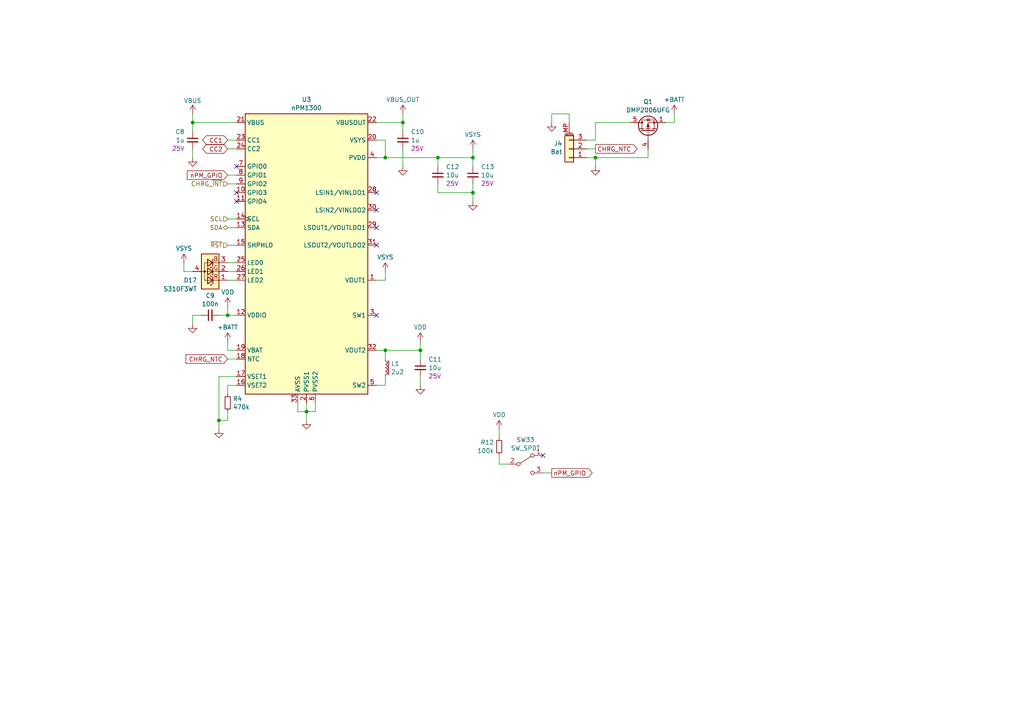
<source format=kicad_sch>
(kicad_sch (version 20230121) (generator eeschema)
  (paper "A4")
  (title_block (title "CantaloupeLP split ergonomic keyboard") (date "2024-10-16") (rev "V1.0") (company "Created by Ariamelon (https://github.com/Ariamelon/Cantaloupe/)") (comment 1 "Follows the VIK standard by Sadek Baroudi (https://github.com/sadekbaroudi/VIK)") (comment 2 "All capacitors 50V unless otherwise specified."))
  (lib_symbols
    (symbol "Ariamelon-Device:LED_ABGR_Small" (pin_names (offset 0) hide)
      (property "Reference" "D" (at 0 9.398 0))
      (property "Value" "LED_ABGR" (at 0 -8.89 0))
      (symbol "LED_ABGR_Small_0_0"
        (text "B" (at -1.6256 -3.6068 0) (effects (font (size 1.27 1.27))))
        (text "G" (at -1.651 -1.016 0) (effects (font (size 1.27 1.27))))
        (text "R" (at -1.651 1.524 0) (effects (font (size 1.27 1.27))))
      )
      (symbol "LED_ABGR_Small_0_1"
        (rectangle (start -2.54 5.08) (end 2.54 -5.08) (stroke (width 0.254)) (fill (type background)))
        (polyline (pts (xy -2.54 0) (xy 2.54 0)))
        (polyline (pts (xy -0.762 -3.556) (xy -0.762 -1.524)) (stroke (width 0.254)))
        (polyline (pts (xy -0.762 -1.016) (xy -0.762 1.016)) (stroke (width 0.254)))
        (polyline (pts (xy -0.762 1.524) (xy -0.762 3.556)) (stroke (width 0.254)))
        (polyline (pts (xy -2.54 -2.54) (xy 1.651 -2.54) (xy 1.651 2.54) (xy -2.54 2.54)))
        (polyline (pts (xy 0.762 -3.556) (xy -0.762 -2.54) (xy 0.762 -1.524) (xy 0.762 -3.556)) (stroke (width 0.254)))
        (polyline (pts (xy 0.762 -1.016) (xy -0.762 0) (xy 0.762 1.016) (xy 0.762 -1.016)) (stroke (width 0.254)))
        (polyline (pts (xy 0.762 1.524) (xy -0.762 2.54) (xy 0.762 3.556) (xy 0.762 1.524)) (stroke (width 0.254)))
        (polyline (pts (xy 0.127 -1.524) (xy -0.381 -1.016) (xy -0.127 -1.016) (xy -0.381 -1.016) (xy -0.381 -1.27)))
        (polyline (pts (xy 0.127 1.016) (xy -0.381 1.524) (xy -0.127 1.524) (xy -0.381 1.524) (xy -0.381 1.27)))
        (polyline (pts (xy 0.127 3.556) (xy -0.381 4.064) (xy -0.127 4.064) (xy -0.381 4.064) (xy -0.381 3.81)))
        (circle (center 1.651 0) (radius 0.254) (fill (type outline)))
      )
      (symbol "LED_ABGR_Small_1_1"
        (pin passive line (at -5.08 2.54 0) (length 2.54) (name "RK") (number "1"))
        (pin passive line (at -5.08 0 0) (length 2.54) (name "GK") (number "2"))
        (pin passive line (at -5.08 -2.54 0) (length 2.54) (name "BK") (number "3"))
        (pin passive line (at 5.08 0 180) (length 2.54) (name "A") (number "4"))
      )
    )
    (symbol "Ariamelon-IC:nPM1300"
      (property "Reference" "U" (at 0 45.72 0))
      (property "Value" "nPM1300" (at 0 43.18 0))
      (symbol "nPM1300_1_0"
        (pin output line (at -20.32 -5.08 0) (length 2.54) (name "LED1") (number "26"))
        (pin output line (at -20.32 -7.62 0) (length 2.54) (name "LED2") (number "27"))
        (pin power_in line (at 20.32 17.78 180) (length 2.54) (name "LSIN1/VINLDO1") (number "28"))
        (pin power_out line (at 20.32 7.62 180) (length 2.54) (name "LSOUT1/VOUTLDO1") (number "29"))
        (pin power_in line (at 20.32 12.7 180) (length 2.54) (name "LSIN2/VINLDO2") (number "30"))
        (pin power_out line (at 20.32 2.54 180) (length 2.54) (name "LSOUT2/VOUTLDO2") (number "31"))
        (pin power_out line (at 20.32 -27.94 180) (length 2.54) (name "VOUT2") (number "32"))
        (pin power_in line (at -2.54 -43.18 90) (length 2.54) (name "AVSS") (number "33"))
      )
      (symbol "nPM1300_1_1"
        (rectangle (start -17.78 40.64) (end 17.78 -40.64) (stroke (width 0.254)) (fill (type background)))
        (pin power_out line (at 20.32 -7.62 180) (length 2.54) (name "VOUT1") (number "1"))
        (pin bidirectional line (at -20.32 17.78 0) (length 2.54) (name "GPIO3") (number "10"))
        (pin bidirectional line (at -20.32 15.24 0) (length 2.54) (name "GPIO4") (number "11"))
        (pin power_in line (at -20.32 -17.78 0) (length 2.54) (name "VDDIO") (number "12"))
        (pin bidirectional line (at -20.32 7.62 0) (length 2.54) (name "SDA") (number "13"))
        (pin input clock (at -20.32 10.16 0) (length 2.54) (name "SCL") (number "14"))
        (pin input line (at -20.32 2.54 0) (length 2.54) (name "SHPHLD") (number "15"))
        (pin input line (at -20.32 -38.1 0) (length 2.54) (name "VSET2") (number "16"))
        (pin input line (at -20.32 -35.56 0) (length 2.54) (name "VSET1") (number "17"))
        (pin input line (at -20.32 -30.48 0) (length 2.54) (name "NTC") (number "18"))
        (pin power_in line (at -20.32 -27.94 0) (length 2.54) (name "VBAT") (number "19"))
        (pin power_in line (at 0 -43.18 90) (length 2.54) (name "PVSS1") (number "2"))
        (pin power_out line (at 20.32 33.02 180) (length 2.54) (name "VSYS") (number "20"))
        (pin power_in line (at -20.32 38.1 0) (length 2.54) (name "VBUS") (number "21"))
        (pin power_out line (at 20.32 38.1 180) (length 2.54) (name "VBUSOUT") (number "22"))
        (pin input line (at -20.32 33.02 0) (length 2.54) (name "CC1") (number "23"))
        (pin input line (at -20.32 30.48 0) (length 2.54) (name "CC2") (number "24"))
        (pin output line (at -20.32 -2.54 0) (length 2.54) (name "LED0") (number "25"))
        (pin power_out line (at 20.32 -17.78 180) (length 2.54) (name "SW1") (number "3"))
        (pin power_in line (at 20.32 27.94 180) (length 2.54) (name "PVDD") (number "4"))
        (pin power_out line (at 20.32 -38.1 180) (length 2.54) (name "SW2") (number "5"))
        (pin power_in line (at 2.54 -43.18 90) (length 2.54) (name "PVSS2") (number "6"))
        (pin bidirectional line (at -20.32 25.4 0) (length 2.54) (name "GPIO0") (number "7"))
        (pin bidirectional line (at -20.32 22.86 0) (length 2.54) (name "GPIO1") (number "8"))
        (pin bidirectional line (at -20.32 20.32 0) (length 2.54) (name "GPIO2") (number "9"))
      )
    )
    (symbol "Ariamelon-Power:VBUS_OUT" (power) (pin_names (offset 0))
      (property "Value" "VBUS_OUT" (at 0 3.81 0))
      (symbol "VBUS_OUT_0_1"
        (polyline (pts (xy -0.762 1.27) (xy 0 2.54)))
        (polyline (pts (xy 0 0) (xy 0 2.54)))
        (polyline (pts (xy 0 2.54) (xy 0.762 1.27)))
      )
      (symbol "VBUS_OUT_1_1"
        (pin power_in line (at 0 0 90) (length 0) hide (name "VBUS_OUT") (number "1"))
      )
    )
    (symbol "Ariamelon-Power:VSYS" (power) (pin_names (offset 0))
      (property "Value" "VSYS" (at 0 3.81 0))
      (symbol "VSYS_0_1"
        (polyline (pts (xy -0.762 1.27) (xy 0 2.54)))
        (polyline (pts (xy 0 0) (xy 0 2.54)))
        (polyline (pts (xy 0 2.54) (xy 0.762 1.27)))
      )
      (symbol "VSYS_1_1"
        (pin power_in line (at 0 0 90) (length 0) hide (name "VSYS") (number "1"))
      )
    )
    (symbol "Connector_Generic_MountingPin:Conn_01x03_MountingPin" (pin_names (offset 1.016) hide)
      (property "Reference" "J" (at 0 5.08 0))
      (property "Value" "Conn_01x03_MountingPin" (at 1.27 -5.08 0))
      (symbol "Conn_01x03_MountingPin_1_1"
        (rectangle (start -1.27 -2.413) (end 0 -2.667) (stroke (width 0.1524)))
        (rectangle (start -1.27 0.127) (end 0 -0.127) (stroke (width 0.1524)))
        (rectangle (start -1.27 2.667) (end 0 2.413) (stroke (width 0.1524)))
        (rectangle (start -1.27 3.81) (end 1.27 -3.81) (stroke (width 0.254)) (fill (type background)))
        (polyline (pts (xy -1.016 -4.572) (xy 1.016 -4.572)) (stroke (width 0.1524)))
        (text "Mounting" (at 0 -4.191 0) (effects (font (size 0.381 0.381))))
        (pin passive line (at -5.08 2.54 0) (length 3.81) (name "Pin_1") (number "1"))
        (pin passive line (at -5.08 0 0) (length 3.81) (name "Pin_2") (number "2"))
        (pin passive line (at -5.08 -2.54 0) (length 3.81) (name "Pin_3") (number "3"))
        (pin passive line (at 0 -7.62 90) (length 3.048) (name "MountPin") (number "MP"))
      )
    )
    (symbol "Device:C_Small" (pin_numbers hide) (pin_names (offset 0.254) hide)
      (property "Reference" "C" (at 0.254 1.778 0))
      (property "Value" "C_Small" (at 0.254 -2.032 0))
      (symbol "C_Small_0_1"
        (polyline (pts (xy -1.524 -0.508) (xy 1.524 -0.508)) (stroke (width 0.3302)))
        (polyline (pts (xy -1.524 0.508) (xy 1.524 0.508)) (stroke (width 0.3048)))
      )
      (symbol "C_Small_1_1"
        (pin passive line (at 0 2.54 270) (length 2.032) (name "~") (number "1"))
        (pin passive line (at 0 -2.54 90) (length 2.032) (name "~") (number "2"))
      )
    )
    (symbol "Device:L_Iron_Small" (pin_numbers hide) (pin_names (offset 0.254) hide)
      (property "Reference" "L" (at 1.27 1.016 0))
      (property "Value" "L_Iron_Small" (at 1.27 -1.27 0))
      (symbol "L_Iron_Small_0_1"
        (arc (start 0 -2.032) (mid 0.5058 -1.524) (end 0 -1.016))
        (arc (start 0 -1.016) (mid 0.5058 -0.508) (end 0 0))
        (polyline (pts (xy 0.762 2.032) (xy 0.762 -2.032)))
        (polyline (pts (xy 1.016 -2.032) (xy 1.016 2.032)))
        (arc (start 0 0) (mid 0.5058 0.508) (end 0 1.016))
        (arc (start 0 1.016) (mid 0.5058 1.524) (end 0 2.032))
      )
      (symbol "L_Iron_Small_1_1"
        (pin passive line (at 0 2.54 270) (length 0.508) (name "~") (number "1"))
        (pin passive line (at 0 -2.54 90) (length 0.508) (name "~") (number "2"))
      )
    )
    (symbol "Device:R_Small" (pin_numbers hide) (pin_names (offset 0.254) hide)
      (property "Reference" "R" (at 0.762 0.508 0))
      (property "Value" "R_Small" (at 0.762 -1.016 0))
      (symbol "R_Small_0_1"
        (rectangle (start -0.762 1.778) (end 0.762 -1.778) (stroke (width 0.2032)))
      )
      (symbol "R_Small_1_1"
        (pin passive line (at 0 2.54 270) (length 0.762) (name "~") (number "1"))
        (pin passive line (at 0 -2.54 90) (length 0.762) (name "~") (number "2"))
      )
    )
    (symbol "Switch:SW_SPDT" (pin_names (offset 0) hide)
      (property "Reference" "SW" (at 0 4.318 0))
      (property "Value" "SW_SPDT" (at 0 -5.08 0))
      (symbol "SW_SPDT_0_0"
        (circle (center -2.032 0) (radius 0.508))
        (circle (center 2.032 -2.54) (radius 0.508))
      )
      (symbol "SW_SPDT_0_1"
        (polyline (pts (xy -1.524 0.254) (xy 1.651 2.286)))
        (circle (center 2.032 2.54) (radius 0.508))
      )
      (symbol "SW_SPDT_1_1"
        (pin passive line (at 5.08 2.54 180) (length 2.54) (name "A") (number "1"))
        (pin passive line (at -5.08 0 0) (length 2.54) (name "B") (number "2"))
        (pin passive line (at 5.08 -2.54 180) (length 2.54) (name "C") (number "3"))
      )
    )
    (symbol "Transistor_FET:DMP3013SFV" (pin_names hide)
      (property "Reference" "Q" (at 5.08 1.905 0))
      (property "Value" "DMP3013SFV" (at 5.08 0 0))
      (symbol "DMP3013SFV_0_1"
        (polyline (pts (xy 0.254 0) (xy -2.54 0)))
        (polyline (pts (xy 0.254 1.905) (xy 0.254 -1.905)) (stroke (width 0.254)))
        (polyline (pts (xy 0.762 -1.27) (xy 0.762 -2.286)) (stroke (width 0.254)))
        (polyline (pts (xy 0.762 0.508) (xy 0.762 -0.508)) (stroke (width 0.254)))
        (polyline (pts (xy 0.762 2.286) (xy 0.762 1.27)) (stroke (width 0.254)))
        (polyline (pts (xy 2.54 2.54) (xy 2.54 1.778)))
        (polyline (pts (xy 2.54 -2.54) (xy 2.54 0) (xy 0.762 0)))
        (polyline (pts (xy 0.762 1.778) (xy 3.302 1.778) (xy 3.302 -1.778) (xy 0.762 -1.778)))
        (polyline (pts (xy 2.286 0) (xy 1.27 0.381) (xy 1.27 -0.381) (xy 2.286 0)) (fill (type outline)))
        (polyline (pts (xy 2.794 -0.508) (xy 2.921 -0.381) (xy 3.683 -0.381) (xy 3.81 -0.254)))
        (polyline (pts (xy 3.302 -0.381) (xy 2.921 0.254) (xy 3.683 0.254) (xy 3.302 -0.381)))
        (circle (center 1.651 0) (radius 2.794) (stroke (width 0.254)))
        (circle (center 2.54 -1.778) (radius 0.254) (fill (type outline)))
        (circle (center 2.54 1.778) (radius 0.254) (fill (type outline)))
      )
      (symbol "DMP3013SFV_1_1"
        (pin passive line (at 2.54 -5.08 90) (length 2.54) (name "S") (number "1"))
        (pin passive line (at 2.54 -5.08 90) (length 2.54) hide (name "S") (number "2"))
        (pin passive line (at 2.54 -5.08 90) (length 2.54) hide (name "S") (number "3"))
        (pin passive line (at -5.08 0 0) (length 2.54) (name "G") (number "4"))
        (pin passive line (at 2.54 5.08 270) (length 2.54) (name "D") (number "5"))
      )
    )
    (symbol "power:+BATT" (power) (pin_names (offset 0))
      (property "Value" "+BATT" (at 0 3.556 0))
      (symbol "+BATT_0_1"
        (polyline (pts (xy -0.762 1.27) (xy 0 2.54)))
        (polyline (pts (xy 0 0) (xy 0 2.54)))
        (polyline (pts (xy 0 2.54) (xy 0.762 1.27)))
      )
      (symbol "+BATT_1_1"
        (pin power_in line (at 0 0 90) (length 0) hide (name "+BATT") (number "1"))
      )
    )
    (symbol "power:GND" (power) (pin_names (offset 0))
      (property "Value" "GND" (at 0 -3.81 0))
      (symbol "GND_0_1"
        (polyline (pts (xy 0 0) (xy 0 -1.27) (xy 1.27 -1.27) (xy 0 -2.54) (xy -1.27 -1.27) (xy 0 -1.27)))
      )
      (symbol "GND_1_1"
        (pin power_in line (at 0 0 270) (length 0) hide (name "GND") (number "1"))
      )
    )
    (symbol "power:VBUS" (power) (pin_names (offset 0))
      (property "Value" "VBUS" (at 0 3.81 0))
      (symbol "VBUS_0_1"
        (polyline (pts (xy -0.762 1.27) (xy 0 2.54)))
        (polyline (pts (xy 0 0) (xy 0 2.54)))
        (polyline (pts (xy 0 2.54) (xy 0.762 1.27)))
      )
      (symbol "VBUS_1_1"
        (pin power_in line (at 0 0 90) (length 0) hide (name "VBUS") (number "1"))
      )
    )
    (symbol "power:VDD" (power) (pin_names (offset 0))
      (property "Value" "VDD" (at 0 3.81 0))
      (symbol "VDD_0_1"
        (polyline (pts (xy -0.762 1.27) (xy 0 2.54)))
        (polyline (pts (xy 0 0) (xy 0 2.54)))
        (polyline (pts (xy 0 2.54) (xy 0.762 1.27)))
      )
      (symbol "VDD_1_1"
        (pin power_in line (at 0 0 90) (length 0) hide (name "VDD") (number "1"))
      )
    )
  )
  (junction (at 111.76 45.72))
  (junction (at 111.76 101.6))
  (junction (at 121.92 101.6))
  (junction (at 137.16 45.72))
  (junction (at 66.04 91.44))
  (junction (at 55.88 35.56))
  (junction (at 88.9 119.38))
  (junction (at 63.5 121.92))
  (junction (at 172.72 45.72))
  (junction (at 116.84 35.56))
  (junction (at 137.16 55.88))
  (junction (at 127 45.72))
  (no_connect (at 68.58 58.42))
  (no_connect (at 109.22 66.04))
  (no_connect (at 109.22 60.96))
  (no_connect (at 68.58 55.88))
  (no_connect (at 109.22 91.44))
  (no_connect (at 109.22 71.12))
  (no_connect (at 109.22 55.88))
  (no_connect (at 68.58 48.26))
  (no_connect (at 157.48 132.08))
  (wire (pts (xy 55.88 33.02) (xy 55.88 35.56)))
  (wire (pts (xy 160.02 33.02) (xy 160.02 35.56)))
  (wire (pts (xy 144.78 132.08) (xy 144.78 134.62)))
  (wire (pts (xy 66.04 63.5) (xy 68.58 63.5)))
  (wire (pts (xy 66.04 40.64) (xy 68.58 40.64)))
  (wire (pts (xy 55.88 91.44) (xy 58.42 91.44)))
  (wire (pts (xy 116.84 33.02) (xy 116.84 35.56)))
  (wire (pts (xy 66.04 119.38) (xy 66.04 121.92)))
  (wire (pts (xy 63.5 109.22) (xy 68.58 109.22)))
  (wire (pts (xy 195.58 33.02) (xy 195.58 35.56)))
  (wire (pts (xy 144.78 124.46) (xy 144.78 127)))
  (wire (pts (xy 127 45.72) (xy 137.16 45.72)))
  (wire (pts (xy 187.96 45.72) (xy 187.96 43.18)))
  (wire (pts (xy 55.88 35.56) (xy 55.88 38.1)))
  (wire (pts (xy 137.16 43.18) (xy 137.16 45.72)))
  (wire (pts (xy 137.16 55.88) (xy 137.16 53.34)))
  (wire (pts (xy 170.18 45.72) (xy 172.72 45.72)))
  (wire (pts (xy 63.5 121.92) (xy 63.5 124.46)))
  (wire (pts (xy 111.76 101.6) (xy 121.92 101.6)))
  (wire (pts (xy 109.22 45.72) (xy 111.76 45.72)))
  (wire (pts (xy 111.76 109.22) (xy 111.76 111.76)))
  (wire (pts (xy 109.22 40.64) (xy 111.76 40.64)))
  (wire (pts (xy 66.04 71.12) (xy 68.58 71.12)))
  (wire (pts (xy 121.92 109.22) (xy 121.92 111.76)))
  (wire (pts (xy 66.04 43.18) (xy 68.58 43.18)))
  (wire (pts (xy 172.72 45.72) (xy 172.72 48.26)))
  (wire (pts (xy 172.72 35.56) (xy 182.88 35.56)))
  (wire (pts (xy 172.72 35.56) (xy 172.72 40.64)))
  (wire (pts (xy 172.72 45.72) (xy 187.96 45.72)))
  (wire (pts (xy 111.76 40.64) (xy 111.76 45.72)))
  (wire (pts (xy 66.04 81.28) (xy 68.58 81.28)))
  (wire (pts (xy 127 45.72) (xy 127 48.26)))
  (wire (pts (xy 127 55.88) (xy 127 53.34)))
  (wire (pts (xy 137.16 45.72) (xy 137.16 48.26)))
  (wire (pts (xy 109.22 101.6) (xy 111.76 101.6)))
  (wire (pts (xy 55.88 35.56) (xy 68.58 35.56)))
  (wire (pts (xy 68.58 111.76) (xy 66.04 111.76)))
  (wire (pts (xy 66.04 101.6) (xy 68.58 101.6)))
  (wire (pts (xy 66.04 88.9) (xy 66.04 91.44)))
  (wire (pts (xy 170.18 43.18) (xy 172.72 43.18)))
  (wire (pts (xy 109.22 81.28) (xy 111.76 81.28)))
  (wire (pts (xy 66.04 104.14) (xy 68.58 104.14)))
  (wire (pts (xy 88.9 119.38) (xy 88.9 121.92)))
  (wire (pts (xy 172.72 40.64) (xy 170.18 40.64)))
  (wire (pts (xy 63.5 109.22) (xy 63.5 121.92)))
  (wire (pts (xy 66.04 50.8) (xy 68.58 50.8)))
  (wire (pts (xy 66.04 78.74) (xy 68.58 78.74)))
  (wire (pts (xy 144.78 134.62) (xy 147.32 134.62)))
  (wire (pts (xy 157.48 137.16) (xy 160.02 137.16)))
  (wire (pts (xy 193.04 35.56) (xy 195.58 35.56)))
  (wire (pts (xy 55.88 91.44) (xy 55.88 93.98)))
  (wire (pts (xy 121.92 101.6) (xy 121.92 104.14)))
  (wire (pts (xy 91.44 119.38) (xy 88.9 119.38)))
  (wire (pts (xy 66.04 66.04) (xy 68.58 66.04)))
  (wire (pts (xy 86.36 116.84) (xy 86.36 119.38)))
  (wire (pts (xy 66.04 101.6) (xy 66.04 99.06)))
  (wire (pts (xy 66.04 53.34) (xy 68.58 53.34)))
  (wire (pts (xy 63.5 91.44) (xy 66.04 91.44)))
  (wire (pts (xy 111.76 78.74) (xy 111.76 81.28)))
  (wire (pts (xy 88.9 116.84) (xy 88.9 119.38)))
  (wire (pts (xy 53.34 76.2) (xy 53.34 78.74)))
  (wire (pts (xy 116.84 35.56) (xy 109.22 35.56)))
  (wire (pts (xy 66.04 111.76) (xy 66.04 114.3)))
  (wire (pts (xy 116.84 43.18) (xy 116.84 48.26)))
  (wire (pts (xy 55.88 43.18) (xy 55.88 45.72)))
  (wire (pts (xy 165.1 33.02) (xy 165.1 35.56)))
  (wire (pts (xy 66.04 76.2) (xy 68.58 76.2)))
  (wire (pts (xy 137.16 55.88) (xy 137.16 58.42)))
  (wire (pts (xy 66.04 121.92) (xy 63.5 121.92)))
  (wire (pts (xy 53.34 78.74) (xy 55.88 78.74)))
  (wire (pts (xy 165.1 33.02) (xy 160.02 33.02)))
  (wire (pts (xy 66.04 91.44) (xy 68.58 91.44)))
  (wire (pts (xy 111.76 45.72) (xy 127 45.72)))
  (wire (pts (xy 111.76 111.76) (xy 109.22 111.76)))
  (wire (pts (xy 111.76 101.6) (xy 111.76 104.14)))
  (wire (pts (xy 116.84 35.56) (xy 116.84 38.1)))
  (wire (pts (xy 88.9 119.38) (xy 86.36 119.38)))
  (wire (pts (xy 137.16 55.88) (xy 127 55.88)))
  (wire (pts (xy 121.92 99.06) (xy 121.92 101.6)))
  (wire (pts (xy 91.44 116.84) (xy 91.44 119.38)))
  (global_label "CHRG_NTC" (shape input) (at 66.04 104.14 180) (property "Intersheetrefs" "${INTERSHEET_REFS}" (effects hide)))
  (global_label "CC1" (shape bidirectional) (at 66.04 40.64 180) (property "Intersheetrefs" "${INTERSHEET_REFS}" (effects hide)))
  (global_label "CC2" (shape bidirectional) (at 66.04 43.18 180) (property "Intersheetrefs" "${INTERSHEET_REFS}" (effects hide)))
  (global_label "CHRG_NTC" (shape output) (at 172.72 43.18 0) (property "Intersheetrefs" "${INTERSHEET_REFS}" (effects hide)))
  (global_label "nPM_GPIO" (shape input) (at 66.04 50.8 180) (property "Intersheetrefs" "${INTERSHEET_REFS}" (effects hide)))
  (global_label "nPM_GPIO" (shape output) (at 160.02 137.16 0) (property "Intersheetrefs" "${INTERSHEET_REFS}" (effects hide)))
  (hierarchical_label "~{RST}" (shape input) (at 66.04 71.12 180))
  (hierarchical_label "SCL" (shape input) (at 66.04 63.5 180))
  (hierarchical_label "SDA" (shape bidirectional) (at 66.04 66.04 180))
  (hierarchical_label "CHRG_~{INT}" (shape input) (at 66.04 53.34 180))
  (symbol (lib_id "power:GND") (at 55.88 93.98 0) (unit 1)
    (property "Reference" "#PWR09" (effects hide))
    (property "Value" "GND" (effects hide))
  )
  (symbol (lib_id "Ariamelon-Device:LED_ABGR_Small") (at 60.96 78.74 180) (unit 1)
    (property "Reference" "D17" (at 57.15 81.28 0) (effects (justify left)))
    (property "Value" "S310F3WT" (at 57.15 83.82 0) (effects (justify left)))
    (property "Footprint" "Ariamelon-Device:LED_Lite-On_LTST-S310_3x1.5mm_Horizontal" (effects hide))
    (property "Description" "Side-facing RGB LED" (effects hide))
    (property "LCSC" "C284951" (effects hide))
  )
  (symbol (lib_id "power:+BATT") (at 66.04 99.06 0) (unit 1)
    (property "Reference" "#PWR024" (effects hide))
    (property "Value" "+BATT" (at 66.04 94.9269 0))
  )
  (symbol (lib_id "power:VDD") (at 66.04 88.9 0) (unit 1)
    (property "Reference" "#PWR019" (effects hide))
    (property "Value" "VDD" (at 66.04 84.7669 0))
  )
  (symbol (lib_id "power:+BATT") (at 195.58 33.02 0) (unit 1)
    (property "Reference" "#PWR037" (effects hide))
    (property "Value" "+BATT" (at 195.58 28.8869 0))
  )
  (symbol (lib_id "Transistor_FET:DMP3013SFV") (at 187.96 38.1 90) (unit 1)
    (property "Reference" "Q1" (at 187.96 29.5107 90))
    (property "Value" "DMP2006UFG" (at 187.96 31.9349 90))
    (property "Footprint" "Ariamelon-Package:Diodes_PowerDI3333-8" (effects hide))
    (property "Datasheet" "https://www.diodes.com/assets/Datasheets/DMP2006UFGQ.pdf" (effects hide))
    (property "LCSC" "C177035" (effects hide))
  )
  (symbol (lib_id "Device:C_Small") (at 116.84 40.64 0) (unit 1)
    (property "Reference" "C10" (at 119.1641 38.2221 0) (effects (justify left)))
    (property "Value" "1u" (at 119.1641 40.6463 0) (effects (justify left)))
    (property "Footprint" "Ariamelon-Device:C_0402_1005Metric" (effects hide))
    (property "Description" "0402 capacitor" (effects hide))
    (property "LCSC" "C52923" (effects hide))
    (property "Voltage" "25V" (at 119.1641 43.0705 0) (effects (justify left)))
  )
  (symbol (lib_id "Ariamelon-Power:VBUS_OUT") (at 116.84 33.02 0) (unit 1)
    (property "Reference" "#PWR027" (effects hide))
    (property "Value" "VBUS_OUT" (at 116.84 28.8869 0))
  )
  (symbol (lib_id "power:GND") (at 121.92 111.76 0) (unit 1)
    (property "Reference" "#PWR030" (effects hide))
    (property "Value" "GND" (effects hide))
  )
  (symbol (lib_id "power:GND") (at 160.02 35.56 0) (mirror y) (unit 1)
    (property "Reference" "#PWR035" (effects hide))
    (property "Value" "GND" (effects hide))
  )
  (symbol (lib_id "Device:C_Small") (at 121.92 106.68 0) (unit 1)
    (property "Reference" "C11" (at 124.2441 104.2621 0) (effects (justify left)))
    (property "Value" "10u" (at 124.2441 106.6863 0) (effects (justify left)))
    (property "Footprint" "Ariamelon-Device:C_0603_1608Metric" (effects hide))
    (property "Description" "0603 capacitor" (effects hide))
    (property "LCSC" "C96446" (effects hide))
    (property "Voltage" "25V" (at 124.2441 109.1105 0) (effects (justify left)))
  )
  (symbol (lib_id "power:GND") (at 172.72 48.26 0) (unit 1)
    (property "Reference" "#PWR036" (effects hide))
    (property "Value" "GND" (effects hide))
  )
  (symbol (lib_id "power:VDD") (at 144.78 124.46 0) (mirror y) (unit 1)
    (property "Reference" "#PWR034" (effects hide))
    (property "Value" "VDD" (at 144.78 120.3269 0))
  )
  (symbol (lib_id "power:GND") (at 137.16 58.42 0) (unit 1)
    (property "Reference" "#PWR033" (effects hide))
    (property "Value" "GND" (effects hide))
  )
  (symbol (lib_id "Device:L_Iron_Small") (at 111.76 106.68 0) (unit 1)
    (property "Reference" "L1" (at 113.411 105.4679 0) (effects (justify left)))
    (property "Value" "2u2" (at 113.411 107.8921 0) (effects (justify left)))
    (property "Footprint" "Ariamelon-Device:L_Murata_DFE201610P" (effects hide))
    (property "LCSC" "C307746" (effects hide))
  )
  (symbol (lib_id "Device:C_Small") (at 60.96 91.44 90) (unit 1)
    (property "Reference" "C9" (at 60.9663 85.7336 90))
    (property "Value" "100n" (at 60.9663 88.1578 90))
    (property "Footprint" "Ariamelon-Device:C_0402_1005Metric" (effects hide))
    (property "Description" "0402 capacitor" (effects hide))
    (property "LCSC" "C307331" (effects hide))
    (property "Voltage" "50V" (effects hide))
  )
  (symbol (lib_id "Device:C_Small") (at 55.88 40.64 0) (mirror y) (unit 1)
    (property "Reference" "C8" (at 53.5559 38.2221 0) (effects (justify left)))
    (property "Value" "1u" (at 53.5559 40.6463 0) (effects (justify left)))
    (property "Footprint" "Ariamelon-Device:C_0402_1005Metric" (effects hide))
    (property "Description" "0402 capacitor" (effects hide))
    (property "LCSC" "C52923" (effects hide))
    (property "Voltage" "25V" (at 53.5559 43.0705 0) (effects (justify left)))
  )
  (symbol (lib_id "Device:R_Small") (at 66.04 116.84 180) (unit 1)
    (property "Reference" "R4" (at 67.5386 115.6279 0) (effects (justify right)))
    (property "Value" "470k" (at 67.5386 118.0521 0) (effects (justify right)))
    (property "Footprint" "Ariamelon-Device:R_0402_1005Metric" (effects hide))
    (property "Description" "0402 resistor" (effects hide))
    (property "LCSC" "C25790" (effects hide))
  )
  (symbol (lib_id "Switch:SW_SPDT") (at 152.4 134.62 0) (unit 1)
    (property "Reference" "SW33" (at 152.4 127.5547 0))
    (property "Value" "SW_SPDT" (at 152.4 129.9789 0))
    (property "Footprint" "Ariamelon-Switch:SW_CK_SPDT_PCM12" (effects hide))
  )
  (symbol (lib_id "power:GND") (at 116.84 48.26 0) (unit 1)
    (property "Reference" "#PWR028" (effects hide))
    (property "Value" "GND" (effects hide))
  )
  (symbol (lib_id "Ariamelon-Power:VSYS") (at 111.76 78.74 0) (unit 1)
    (property "Reference" "#PWR026" (effects hide))
    (property "Value" "VSYS" (at 111.76 74.6069 0))
  )
  (symbol (lib_id "power:GND") (at 63.5 124.46 0) (unit 1)
    (property "Reference" "#PWR010" (effects hide))
    (property "Value" "GND" (effects hide))
  )
  (symbol (lib_id "Connector_Generic_MountingPin:Conn_01x03_MountingPin") (at 165.1 43.18 180) (unit 1)
    (property "Reference" "J4" (at 163.0681 41.6123 0) (effects (justify left)))
    (property "Value" "Bat" (at 163.0681 44.0365 0) (effects (justify left)))
    (property "Footprint" "Ariamelon-Connector:JST_SH_SM03B-SRSS-TB_1x03-1MP_P1.00mm_Horizontal" (effects hide))
    (property "LCSC" "C160403" (effects hide))
  )
  (symbol (lib_id "power:GND") (at 55.88 45.72 0) (unit 1)
    (property "Reference" "#PWR08" (effects hide))
    (property "Value" "GND" (effects hide))
  )
  (symbol (lib_id "power:VDD") (at 121.92 99.06 0) (unit 1)
    (property "Reference" "#PWR029" (effects hide))
    (property "Value" "VDD" (at 121.92 94.9269 0))
  )
  (symbol (lib_id "power:VBUS") (at 55.88 33.02 0) (unit 1)
    (property "Reference" "#PWR05" (effects hide))
    (property "Value" "VBUS" (at 55.88 29.21 0))
  )
  (symbol (lib_id "Ariamelon-Power:VSYS") (at 137.16 43.18 0) (unit 1)
    (property "Reference" "#PWR031" (effects hide))
    (property "Value" "VSYS" (at 137.16 39.0469 0))
  )
  (symbol (lib_id "power:GND") (at 88.9 121.92 0) (unit 1)
    (property "Reference" "#PWR025" (effects hide))
    (property "Value" "GND" (effects hide))
  )
  (symbol (lib_id "Device:C_Small") (at 137.16 50.8 0) (unit 1)
    (property "Reference" "C13" (at 139.4841 48.3821 0) (effects (justify left)))
    (property "Value" "10u" (at 139.4841 50.8063 0) (effects (justify left)))
    (property "Footprint" "Ariamelon-Device:C_0603_1608Metric" (effects hide))
    (property "Description" "0603 capacitor" (effects hide))
    (property "LCSC" "C96446" (effects hide))
    (property "Voltage" "25V" (at 139.4841 53.2305 0) (effects (justify left)))
  )
  (symbol (lib_id "Ariamelon-Power:VSYS") (at 53.34 76.2 0) (unit 1)
    (property "Reference" "#PWR04" (effects hide))
    (property "Value" "VSYS" (at 53.34 72.0669 0))
  )
  (symbol (lib_id "Device:C_Small") (at 127 50.8 0) (unit 1)
    (property "Reference" "C12" (at 129.3241 48.3821 0) (effects (justify left)))
    (property "Value" "10u" (at 129.3241 50.8063 0) (effects (justify left)))
    (property "Footprint" "Ariamelon-Device:C_0603_1608Metric" (effects hide))
    (property "Description" "0603 capacitor" (effects hide))
    (property "LCSC" "C96446" (effects hide))
    (property "Voltage" "25V" (at 129.3241 53.2305 0) (effects (justify left)))
  )
  (symbol (lib_id "Device:R_Small") (at 144.78 129.54 0) (mirror y) (unit 1)
    (property "Reference" "R12" (at 143.2814 128.3279 0) (effects (justify left)))
    (property "Value" "100k" (at 143.2814 130.7521 0) (effects (justify left)))
    (property "Footprint" "Ariamelon-Device:R_0402_1005Metric" (effects hide))
    (property "Description" "0402 resistor" (effects hide))
    (property "LCSC" "C25741" (effects hide))
  )
  (symbol (lib_id "Ariamelon-IC:nPM1300") (at 88.9 73.66 0) (unit 1)
    (property "Reference" "U3" (at 88.9 28.8757 0))
    (property "Value" "nPM1300" (at 88.9 31.2999 0))
    (property "Footprint" "Ariamelon-Package:QFN-32-1EP_5x5mm_P0.5mm_EP3.5x3.5mm" (effects hide))
    (property "Datasheet" "https://infocenter.nordicsemi.com/pdf/nPM1300_OPS_v0.7.pdf" (effects hide))
  )
)
</source>
